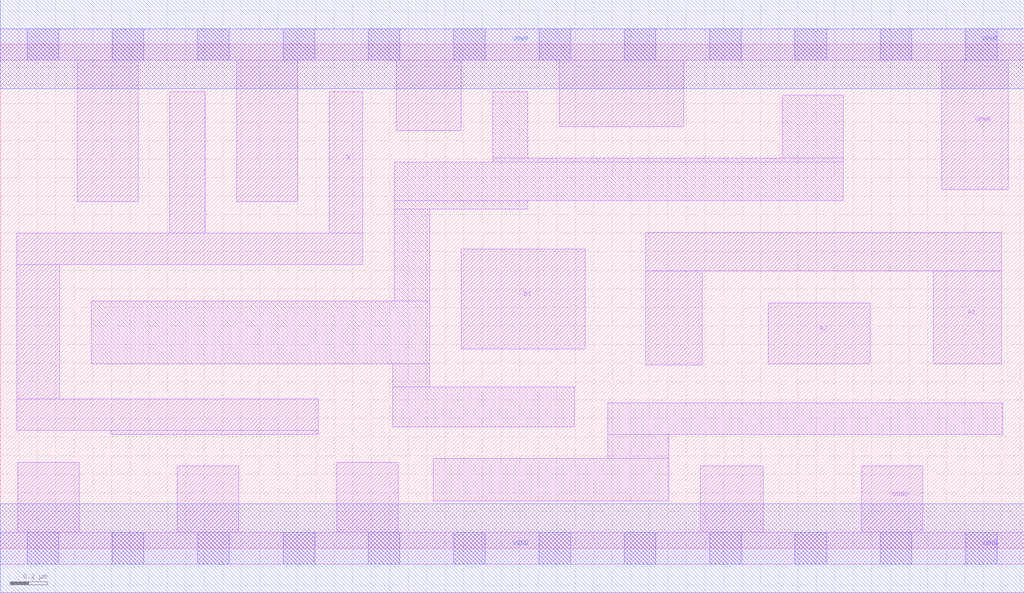
<source format=lef>
# Copyright 2020 The SkyWater PDK Authors
#
# Licensed under the Apache License, Version 2.0 (the "License");
# you may not use this file except in compliance with the License.
# You may obtain a copy of the License at
#
#     https://www.apache.org/licenses/LICENSE-2.0
#
# Unless required by applicable law or agreed to in writing, software
# distributed under the License is distributed on an "AS IS" BASIS,
# WITHOUT WARRANTIES OR CONDITIONS OF ANY KIND, either express or implied.
# See the License for the specific language governing permissions and
# limitations under the License.
#
# SPDX-License-Identifier: Apache-2.0

VERSION 5.7 ;
  NAMESCASESENSITIVE ON ;
  NOWIREEXTENSIONATPIN ON ;
  DIVIDERCHAR "/" ;
  BUSBITCHARS "[]" ;
UNITS
  DATABASE MICRONS 200 ;
END UNITS
MACRO sky130_fd_sc_hd__o21a_4
  CLASS CORE ;
  SOURCE USER ;
  FOREIGN sky130_fd_sc_hd__o21a_4 ;
  ORIGIN  0.000000  0.000000 ;
  SIZE  5.520000 BY  2.720000 ;
  SYMMETRY X Y R90 ;
  SITE unithd ;
  PIN A1
    ANTENNAGATEAREA  0.495000 ;
    DIRECTION INPUT ;
    USE SIGNAL ;
    PORT
      LAYER li1 ;
        RECT 3.480000 0.990000 3.785000 1.495000 ;
        RECT 3.480000 1.495000 5.400000 1.705000 ;
        RECT 5.030000 0.995000 5.400000 1.495000 ;
    END
  END A1
  PIN A2
    ANTENNAGATEAREA  0.495000 ;
    DIRECTION INPUT ;
    USE SIGNAL ;
    PORT
      LAYER li1 ;
        RECT 4.140000 0.995000 4.690000 1.325000 ;
    END
  END A2
  PIN B1
    ANTENNAGATEAREA  0.495000 ;
    DIRECTION INPUT ;
    USE SIGNAL ;
    PORT
      LAYER li1 ;
        RECT 2.485000 1.075000 3.155000 1.615000 ;
    END
  END B1
  PIN X
    ANTENNADIFFAREA  0.924000 ;
    DIRECTION OUTPUT ;
    USE SIGNAL ;
    PORT
      LAYER li1 ;
        RECT 0.090000 0.635000 1.715000 0.805000 ;
        RECT 0.090000 0.805000 0.320000 1.530000 ;
        RECT 0.090000 1.530000 1.955000 1.700000 ;
        RECT 0.595000 0.615000 1.715000 0.635000 ;
        RECT 0.915000 1.700000 1.105000 2.465000 ;
        RECT 1.775000 1.700000 1.955000 2.465000 ;
    END
  END X
  PIN VGND
    DIRECTION INOUT ;
    SHAPE ABUTMENT ;
    USE GROUND ;
    PORT
      LAYER li1 ;
        RECT 0.000000 -0.085000 5.520000 0.085000 ;
        RECT 0.095000  0.085000 0.425000 0.465000 ;
        RECT 0.955000  0.085000 1.285000 0.445000 ;
        RECT 1.815000  0.085000 2.145000 0.465000 ;
        RECT 3.775000  0.085000 4.115000 0.445000 ;
        RECT 4.645000  0.085000 4.975000 0.445000 ;
      LAYER mcon ;
        RECT 0.145000 -0.085000 0.315000 0.085000 ;
        RECT 0.605000 -0.085000 0.775000 0.085000 ;
        RECT 1.065000 -0.085000 1.235000 0.085000 ;
        RECT 1.525000 -0.085000 1.695000 0.085000 ;
        RECT 1.985000 -0.085000 2.155000 0.085000 ;
        RECT 2.445000 -0.085000 2.615000 0.085000 ;
        RECT 2.905000 -0.085000 3.075000 0.085000 ;
        RECT 3.365000 -0.085000 3.535000 0.085000 ;
        RECT 3.825000 -0.085000 3.995000 0.085000 ;
        RECT 4.285000 -0.085000 4.455000 0.085000 ;
        RECT 4.745000 -0.085000 4.915000 0.085000 ;
        RECT 5.205000 -0.085000 5.375000 0.085000 ;
      LAYER met1 ;
        RECT 0.000000 -0.240000 5.520000 0.240000 ;
    END
  END VGND
  PIN VPWR
    DIRECTION INOUT ;
    SHAPE ABUTMENT ;
    USE POWER ;
    PORT
      LAYER li1 ;
        RECT 0.000000 2.635000 5.520000 2.805000 ;
        RECT 0.415000 1.870000 0.745000 2.635000 ;
        RECT 1.275000 1.870000 1.605000 2.635000 ;
        RECT 2.135000 2.255000 2.485000 2.635000 ;
        RECT 3.015000 2.275000 3.685000 2.635000 ;
        RECT 5.075000 1.935000 5.435000 2.635000 ;
      LAYER mcon ;
        RECT 0.145000 2.635000 0.315000 2.805000 ;
        RECT 0.605000 2.635000 0.775000 2.805000 ;
        RECT 1.065000 2.635000 1.235000 2.805000 ;
        RECT 1.525000 2.635000 1.695000 2.805000 ;
        RECT 1.985000 2.635000 2.155000 2.805000 ;
        RECT 2.445000 2.635000 2.615000 2.805000 ;
        RECT 2.905000 2.635000 3.075000 2.805000 ;
        RECT 3.365000 2.635000 3.535000 2.805000 ;
        RECT 3.825000 2.635000 3.995000 2.805000 ;
        RECT 4.285000 2.635000 4.455000 2.805000 ;
        RECT 4.745000 2.635000 4.915000 2.805000 ;
        RECT 5.205000 2.635000 5.375000 2.805000 ;
      LAYER met1 ;
        RECT 0.000000 2.480000 5.520000 2.960000 ;
    END
  END VPWR
  OBS
    LAYER li1 ;
      RECT 0.490000 0.995000 2.315000 1.335000 ;
      RECT 2.115000 0.655000 3.095000 0.870000 ;
      RECT 2.115000 0.870000 2.315000 0.995000 ;
      RECT 2.125000 1.335000 2.315000 1.830000 ;
      RECT 2.125000 1.830000 2.845000 1.875000 ;
      RECT 2.125000 1.875000 4.545000 2.085000 ;
      RECT 2.335000 0.255000 3.605000 0.485000 ;
      RECT 2.655000 2.085000 4.545000 2.105000 ;
      RECT 2.655000 2.105000 2.845000 2.465000 ;
      RECT 3.275000 0.485000 3.605000 0.615000 ;
      RECT 3.275000 0.615000 5.405000 0.785000 ;
      RECT 4.215000 2.105000 4.545000 2.445000 ;
  END
END sky130_fd_sc_hd__o21a_4

</source>
